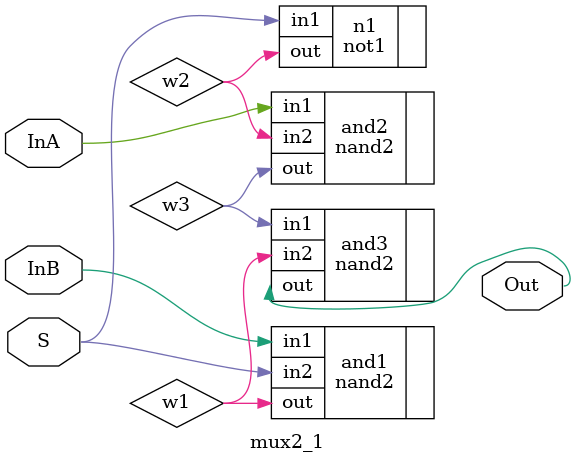
<source format=v>
/*
    CS/ECE 552 Spring '20
    Homework #1, Problem 1

    2-1 mux template
*/
module mux2_1(InA, InB, S, Out);
    input   InA, InB;
    input   S;
    output  Out;

    // YOUR CODE Here
    wire w1, w2, w3;
    nand2 and1(.in1(InB), .in2(S), .out(w1));
    not1 n1(.in1(S), .out(w2));
    nand2 and2(.in1(InA), .in2(w2), .out(w3));
    nand2 and3(.in1(w3), .in2(w1), .out(Out));

endmodule

</source>
